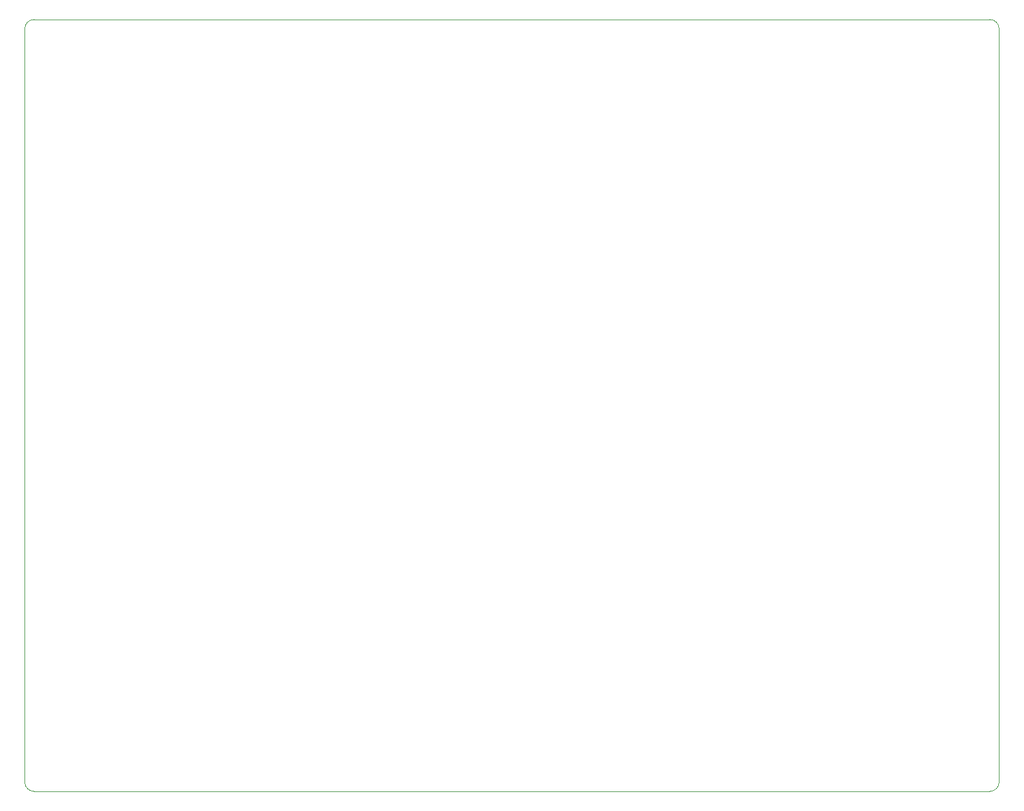
<source format=gko>
G04*
G04 #@! TF.GenerationSoftware,Altium Limited,Altium Designer,21.1.1 (26)*
G04*
G04 Layer_Color=16711935*
%FSLAX25Y25*%
%MOIN*%
G70*
G04*
G04 #@! TF.SameCoordinates,6FC1F31B-F578-4013-A3C6-3E9410FEC2B9*
G04*
G04*
G04 #@! TF.FilePolarity,Positive*
G04*
G01*
G75*
%ADD10C,0.00394*%
D10*
X745000Y350000D02*
G03*
X750000Y355000I0J5000D01*
G01*
Y765000D02*
G03*
X745000Y770000I-5000J0D01*
G01*
X220000Y355000D02*
G03*
X225000Y350000I5000J0D01*
G01*
Y770000D02*
G03*
X220000Y765000I0J-5000D01*
G01*
Y360000D02*
Y765000D01*
X750000Y360000D02*
Y760000D01*
X230000Y350000D02*
X740000D01*
X750000Y355000D02*
Y360000D01*
X740000Y350000D02*
X745000D01*
X230000Y770000D02*
X740000D01*
X750000Y760000D02*
Y765000D01*
X740000Y770000D02*
X745000D01*
X220000Y355000D02*
Y360000D01*
X225000Y350000D02*
X230000D01*
X225000Y770000D02*
X230000D01*
M02*

</source>
